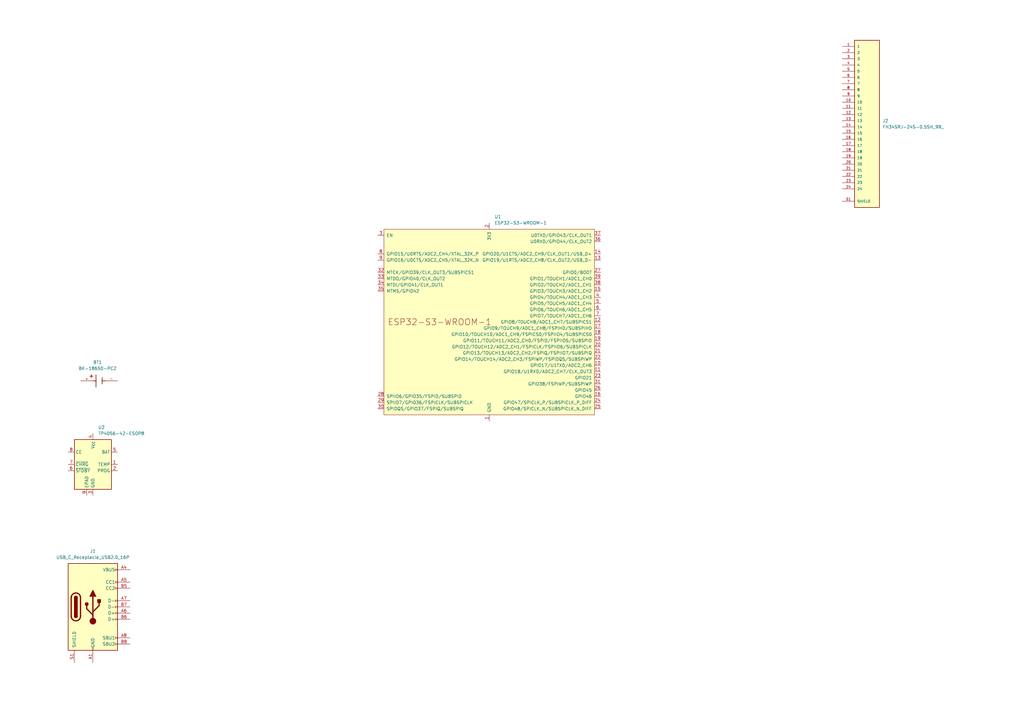
<source format=kicad_sch>
(kicad_sch (version 20250114) (generator "eeschema") (generator_version "9.0")
  (paper "A3")
  (lib_symbols
    (symbol "BK-18650-PC2:BK-18650-PC2" (pin_names (offset 1.016))
      (property "Reference" "BT" (at -3.81 3.81 0))
      (property "Value" "BK-18650-PC2" (at -3.81 -5.08 0))
      (symbol "BK-18650-PC2_0_0"
        (polyline (pts (xy -3.81 1.905) (xy -2.54 1.905)) (stroke (width 0.254)))
        (polyline (pts (xy -3.175 2.54) (xy -3.175 1.27)) (stroke (width 0.254)))
        (polyline (pts (xy -1.27 2.54) (xy -1.27 0)) (stroke (width 0.254)))
        (polyline (pts (xy -1.27 0) (xy -2.54 0)) (stroke (width 0.254)))
        (polyline (pts (xy -1.27 0) (xy -1.27 -2.54)) (stroke (width 0.254)))
        (polyline (pts (xy 1.27 1.27) (xy 1.27 0)) (stroke (width 0.254)))
        (polyline (pts (xy 1.27 0) (xy 1.27 -1.27)) (stroke (width 0.254)))
        (polyline (pts (xy 1.27 0) (xy 2.54 0)) (stroke (width 0.254)))
        (pin passive line (at -7.62 0 0) (length 5.08) (name "~") (number "+"))
        (pin passive line (at 7.62 0 180) (length 5.08) (name "~") (number "-"))
      )
    )
    (symbol "Battery_Management:TP4056-42-ESOP8"
      (property "Reference" "U" (at -6.604 11.684 0))
      (property "Value" "TP4056-42-ESOP8" (at 10.16 11.684 0))
      (symbol "TP4056-42-ESOP8_1_0"
        (pin input line (at -10.16 5.08 0) (length 2.54) (name "CE") (number "8"))
        (pin open_collector line (at -10.16 0 0) (length 2.54) (name "~{CHRG}") (number "7"))
        (pin open_collector line (at -10.16 -2.54 0) (length 2.54) (name "~{STDBY}") (number "6"))
        (pin passive line (at -2.54 -12.7 90) (length 2.54) (name "EPAD") (number "9"))
        (pin power_in line (at 0 12.7 270) (length 2.54) (name "V_{CC}") (number "4"))
        (pin power_in line (at 0 -12.7 90) (length 2.54) (name "GND") (number "3"))
        (pin power_out line (at 10.16 5.08 180) (length 2.54) (name "BAT") (number "5"))
        (pin input line (at 10.16 0 180) (length 2.54) (name "TEMP") (number "1"))
        (pin passive line (at 10.16 -2.54 180) (length 2.54) (name "PROG") (number "2"))
      )
      (symbol "TP4056-42-ESOP8_1_1"
        (rectangle (start -7.62 10.16) (end 7.62 -10.16) (stroke (width 0.254)) (fill (type background)))
      )
    )
    (symbol "Connector:USB_C_Receptacle_USB2.0_16P" (pin_names (offset 1.016))
      (property "Reference" "J" (at 0 22.225 0))
      (property "Value" "USB_C_Receptacle_USB2.0_16P" (at 0 19.685 0))
      (symbol "USB_C_Receptacle_USB2.0_16P_0_0"
        (rectangle (start -0.254 -17.78) (end 0.254 -16.764))
        (rectangle (start 10.16 15.494) (end 9.144 14.986))
        (rectangle (start 10.16 10.414) (end 9.144 9.906))
        (rectangle (start 10.16 7.874) (end 9.144 7.366))
        (rectangle (start 10.16 2.794) (end 9.144 2.286))
        (rectangle (start 10.16 0.254) (end 9.144 -0.254))
        (rectangle (start 10.16 -2.286) (end 9.144 -2.794))
        (rectangle (start 10.16 -4.826) (end 9.144 -5.334))
        (rectangle (start 10.16 -12.446) (end 9.144 -12.954))
        (rectangle (start 10.16 -14.986) (end 9.144 -15.494))
      )
      (symbol "USB_C_Receptacle_USB2.0_16P_0_1"
        (rectangle (start -10.16 17.78) (end 10.16 -17.78) (stroke (width 0.254)) (fill (type background)))
        (polyline (pts (xy -8.89 -3.81) (xy -8.89 3.81)) (stroke (width 0.508)))
        (rectangle (start -7.62 -3.81) (end -6.35 3.81) (stroke (width 0.254)) (fill (type outline)))
        (arc (start -7.62 3.81) (mid -6.985 4.4423) (end -6.35 3.81) (stroke (width 0.254)))
        (arc (start -7.62 3.81) (mid -6.985 4.4423) (end -6.35 3.81) (stroke (width 0.254)) (fill (type outline)))
        (arc (start -8.89 3.81) (mid -6.985 5.7067) (end -5.08 3.81) (stroke (width 0.508)))
        (arc (start -5.08 -3.81) (mid -6.985 -5.7067) (end -8.89 -3.81) (stroke (width 0.508)))
        (arc (start -6.35 -3.81) (mid -6.985 -4.4423) (end -7.62 -3.81) (stroke (width 0.254)))
        (arc (start -6.35 -3.81) (mid -6.985 -4.4423) (end -7.62 -3.81) (stroke (width 0.254)) (fill (type outline)))
        (polyline (pts (xy -5.08 3.81) (xy -5.08 -3.81)) (stroke (width 0.508)))
        (circle (center -2.54 1.143) (radius 0.635) (stroke (width 0.254)) (fill (type outline)))
        (polyline (pts (xy -1.27 4.318) (xy 0 6.858) (xy 1.27 4.318) (xy -1.27 4.318)) (stroke (width 0.254)) (fill (type outline)))
        (polyline (pts (xy 0 -2.032) (xy 2.54 0.508) (xy 2.54 1.778)) (stroke (width 0.508)))
        (polyline (pts (xy 0 -3.302) (xy -2.54 -0.762) (xy -2.54 0.508)) (stroke (width 0.508)))
        (polyline (pts (xy 0 -5.842) (xy 0 4.318)) (stroke (width 0.508)))
        (circle (center 0 -5.842) (radius 1.27) (fill (type outline)))
        (rectangle (start 1.905 1.778) (end 3.175 3.048) (stroke (width 0.254)) (fill (type outline)))
      )
      (symbol "USB_C_Receptacle_USB2.0_16P_1_1"
        (pin passive line (at -7.62 -22.86 90) (length 5.08) (name "SHIELD") (number "S1"))
        (pin passive line (at 0 -22.86 90) (length 5.08) (name "GND") (number "A1"))
        (pin passive line (at 0 -22.86 90) (length 5.08) (hide yes) (name "GND") (number "A12"))
        (pin passive line (at 0 -22.86 90) (length 5.08) (hide yes) (name "GND") (number "B1"))
        (pin passive line (at 0 -22.86 90) (length 5.08) (hide yes) (name "GND") (number "B12"))
        (pin passive line (at 15.24 15.24 180) (length 5.08) (name "VBUS") (number "A4"))
        (pin passive line (at 15.24 15.24 180) (length 5.08) (hide yes) (name "VBUS") (number "A9"))
        (pin passive line (at 15.24 15.24 180) (length 5.08) (hide yes) (name "VBUS") (number "B4"))
        (pin passive line (at 15.24 15.24 180) (length 5.08) (hide yes) (name "VBUS") (number "B9"))
        (pin bidirectional line (at 15.24 10.16 180) (length 5.08) (name "CC1") (number "A5"))
        (pin bidirectional line (at 15.24 7.62 180) (length 5.08) (name "CC2") (number "B5"))
        (pin bidirectional line (at 15.24 2.54 180) (length 5.08) (name "D-") (number "A7"))
        (pin bidirectional line (at 15.24 0 180) (length 5.08) (name "D-") (number "B7"))
        (pin bidirectional line (at 15.24 -2.54 180) (length 5.08) (name "D+") (number "A6"))
        (pin bidirectional line (at 15.24 -5.08 180) (length 5.08) (name "D+") (number "B6"))
        (pin bidirectional line (at 15.24 -12.7 180) (length 5.08) (name "SBU1") (number "A8"))
        (pin bidirectional line (at 15.24 -15.24 180) (length 5.08) (name "SBU2") (number "B8"))
      )
    )
    (symbol "Espressif:ESP32-S3-WROOM-1" (pin_names (offset 1.016))
      (property "Reference" "U" (at -43.18 43.18 0))
      (property "Value" "ESP32-S3-WROOM-1" (at -43.18 40.64 0))
      (symbol "ESP32-S3-WROOM-1_0_0"
        (text "ESP32-S3-WROOM-1" (at -20.32 0 0) (effects (font (size 2.54 2.54))))
        (pin input line (at -45.72 35.56 0) (length 2.54) (name "EN") (number "3"))
        (pin bidirectional line (at -45.72 27.94 0) (length 2.54) (name "GPIO15/U0RTS/ADC2_CH4/XTAL_32K_P") (number "8"))
        (pin bidirectional line (at -45.72 25.4 0) (length 2.54) (name "GPIO16/U0CTS/ADC2_CH5/XTAL_32K_N") (number "9"))
        (pin bidirectional line (at -45.72 20.32 0) (length 2.54) (name "MTCK/GPIO39/CLK_OUT3/SUBSPICS1") (number "32"))
        (pin bidirectional line (at -45.72 17.78 0) (length 2.54) (name "MTDO/GPIO40/CLK_OUT2") (number "33"))
        (pin bidirectional line (at -45.72 15.24 0) (length 2.54) (name "MTDI/GPIO41/CLK_OUT1") (number "34"))
        (pin bidirectional line (at -45.72 12.7 0) (length 2.54) (name "MTMS/GPIO42") (number "35"))
        (pin bidirectional line (at -45.72 -30.48 0) (length 2.54) (name "SPIIO6/GPIO35/FSPID/SUBSPID") (number "28"))
        (pin bidirectional line (at -45.72 -33.02 0) (length 2.54) (name "SPIIO7/GPIO36/FSPICLK/SUBSPICLK") (number "29"))
        (pin bidirectional line (at -45.72 -35.56 0) (length 2.54) (name "SPIDQS/GPIO37/FSPIQ/SUBSPIQ") (number "30"))
        (pin power_in line (at 0 40.64 270) (length 2.54) (name "3V3") (number "2"))
        (pin power_in line (at 0 -40.64 90) (length 2.54) (name "GND") (number "1"))
        (pin passive line (at 0 -40.64 90) (length 2.54) (hide yes) (name "GND") (number "40"))
        (pin passive line (at 0 -40.64 90) (length 2.54) (hide yes) (name "GND") (number "41"))
        (pin bidirectional line (at 45.72 35.56 180) (length 2.54) (name "U0TXD/GPIO43/CLK_OUT1") (number "37"))
        (pin bidirectional line (at 45.72 33.02 180) (length 2.54) (name "U0RXD/GPIO44/CLK_OUT2") (number "36"))
        (pin bidirectional line (at 45.72 27.94 180) (length 2.54) (name "GPIO20/U1CTS/ADC2_CH9/CLK_OUT1/USB_D+") (number "14"))
        (pin bidirectional line (at 45.72 25.4 180) (length 2.54) (name "GPIO19/U1RTS/ADC2_CH8/CLK_OUT2/USB_D-") (number "13"))
        (pin bidirectional line (at 45.72 20.32 180) (length 2.54) (name "GPIO0/BOOT") (number "27"))
        (pin bidirectional line (at 45.72 17.78 180) (length 2.54) (name "GPIO1/TOUCH1/ADC1_CH0") (number "39"))
        (pin bidirectional line (at 45.72 15.24 180) (length 2.54) (name "GPIO2/TOUCH2/ADC1_CH1") (number "38"))
        (pin bidirectional line (at 45.72 12.7 180) (length 2.54) (name "GPIO3/TOUCH3/ADC1_CH2") (number "15"))
        (pin bidirectional line (at 45.72 10.16 180) (length 2.54) (name "GPIO4/TOUCH4/ADC1_CH3") (number "4"))
        (pin bidirectional line (at 45.72 7.62 180) (length 2.54) (name "GPIO5/TOUCH5/ADC1_CH4") (number "5"))
        (pin bidirectional line (at 45.72 5.08 180) (length 2.54) (name "GPIO6/TOUCH6/ADC1_CH5") (number "6"))
        (pin bidirectional line (at 45.72 2.54 180) (length 2.54) (name "GPIO7/TOUCH7/ADC1_CH6") (number "7"))
        (pin bidirectional line (at 45.72 0 180) (length 2.54) (name "GPIO8/TOUCH8/ADC1_CH7/SUBSPICS1") (number "12"))
        (pin bidirectional line (at 45.72 -2.54 180) (length 2.54) (name "GPIO9/TOUCH9/ADC1_CH8/FSPIHD/SUBSPIHD") (number "17"))
        (pin bidirectional line (at 45.72 -5.08 180) (length 2.54) (name "GPIO10/TOUCH10/ADC1_CH9/FSPICS0/FSPIIO4/SUBSPICS0") (number "18"))
        (pin bidirectional line (at 45.72 -7.62 180) (length 2.54) (name "GPIO11/TOUCH11/ADC2_CH0/FSPID/FSPIIO5/SUBSPID") (number "19"))
        (pin bidirectional line (at 45.72 -10.16 180) (length 2.54) (name "GPIO12/TOUCH12/ADC2_CH1/FSPICLK/FSPIIO6/SUBSPICLK") (number "20"))
        (pin bidirectional line (at 45.72 -12.7 180) (length 2.54) (name "GPIO13/TOUCH13/ADC2_CH2/FSPIQ/FSPIIO7/SUBSPIQ") (number "21"))
        (pin bidirectional line (at 45.72 -15.24 180) (length 2.54) (name "GPIO14/TOUCH14/ADC2_CH3/FSPIWP/FSPIDQS/SUBSPIWP") (number "22"))
        (pin bidirectional line (at 45.72 -17.78 180) (length 2.54) (name "GPIO17/U1TXD/ADC2_CH6") (number "10"))
        (pin bidirectional line (at 45.72 -20.32 180) (length 2.54) (name "GPIO18/U1RXD/ADC2_CH7/CLK_OUT3") (number "11"))
        (pin bidirectional line (at 45.72 -22.86 180) (length 2.54) (name "GPIO21") (number "23"))
        (pin bidirectional line (at 45.72 -25.4 180) (length 2.54) (name "GPIO38/FSPIWP/SUBSPIWP") (number "31"))
        (pin bidirectional line (at 45.72 -27.94 180) (length 2.54) (name "GPIO45") (number "26"))
        (pin bidirectional line (at 45.72 -30.48 180) (length 2.54) (name "GPIO46") (number "16"))
        (pin bidirectional line (at 45.72 -33.02 180) (length 2.54) (name "GPIO47/SPICLK_P/SUBSPICLK_P_DIFF") (number "24"))
        (pin bidirectional line (at 45.72 -35.56 180) (length 2.54) (name "GPIO48/SPICLK_N/SUBSPICLK_N_DIFF") (number "25"))
      )
      (symbol "ESP32-S3-WROOM-1_0_1"
        (rectangle (start -43.18 38.1) (end 43.18 -38.1) (fill (type background)))
      )
    )
    (symbol "FH34SRJ-24S-0.5SH_99_:FH34SRJ-24S-0.5SH_99_" (pin_names (offset 1.016))
      (property "Reference" "J" (at -5.08 33.528 0))
      (property "Value" "FH34SRJ-24S-0.5SH_99_" (at -5.08 -38.1 0))
      (symbol "FH34SRJ-24S-0.5SH_99__0_0"
        (rectangle (start -5.08 -35.56) (end 5.08 33.02) (stroke (width 0.254)) (fill (type background)))
        (pin passive line (at -10.16 30.48 0) (length 5.08) (name "1") (number "1"))
        (pin passive line (at -10.16 27.94 0) (length 5.08) (name "2") (number "2"))
        (pin passive line (at -10.16 25.4 0) (length 5.08) (name "3") (number "3"))
        (pin passive line (at -10.16 22.86 0) (length 5.08) (name "4") (number "4"))
        (pin passive line (at -10.16 20.32 0) (length 5.08) (name "5") (number "5"))
        (pin passive line (at -10.16 17.78 0) (length 5.08) (name "6") (number "6"))
        (pin passive line (at -10.16 15.24 0) (length 5.08) (name "7") (number "7"))
        (pin passive line (at -10.16 12.7 0) (length 5.08) (name "8") (number "8"))
        (pin passive line (at -10.16 10.16 0) (length 5.08) (name "9") (number "9"))
        (pin passive line (at -10.16 7.62 0) (length 5.08) (name "10") (number "10"))
        (pin passive line (at -10.16 5.08 0) (length 5.08) (name "11") (number "11"))
        (pin passive line (at -10.16 2.54 0) (length 5.08) (name "12") (number "12"))
        (pin passive line (at -10.16 0 0) (length 5.08) (name "13") (number "13"))
        (pin passive line (at -10.16 -2.54 0) (length 5.08) (name "14") (number "14"))
        (pin passive line (at -10.16 -5.08 0) (length 5.08) (name "15") (number "15"))
        (pin passive line (at -10.16 -7.62 0) (length 5.08) (name "16") (number "16"))
        (pin passive line (at -10.16 -10.16 0) (length 5.08) (name "17") (number "17"))
        (pin passive line (at -10.16 -12.7 0) (length 5.08) (name "18") (number "18"))
        (pin passive line (at -10.16 -15.24 0) (length 5.08) (name "19") (number "19"))
        (pin passive line (at -10.16 -17.78 0) (length 5.08) (name "20") (number "20"))
        (pin passive line (at -10.16 -20.32 0) (length 5.08) (name "21") (number "21"))
        (pin passive line (at -10.16 -22.86 0) (length 5.08) (name "22") (number "22"))
        (pin passive line (at -10.16 -25.4 0) (length 5.08) (name "23") (number "23"))
        (pin passive line (at -10.16 -27.94 0) (length 5.08) (name "24") (number "24"))
        (pin passive line (at -10.16 -33.02 0) (length 5.08) (name "SHIELD") (number "S1"))
        (pin passive line (at -10.16 -33.02 0) (length 5.08) (hide yes) (name "SHIELD") (number "S2"))
      )
    )
  )
  (symbol (lib_id "Connector:USB_C_Receptacle_USB2.0_16P") (at 38.1 248.92 0) (unit 1)
    (property "Reference" "J1" (at 38.1 226.06 0))
    (property "Value" "USB_C_Receptacle_USB2.0_16P" (at 38.1 228.6 0))
    (property "Datasheet" "https://www.usb.org/sites/default/files/documents/usb_type-c.zip" (effects (hide yes)))
    (property "Description" "USB 2.0-only 16P Type-C Receptacle connector" (effects (hide yes)))
  )
  (symbol (lib_id "Battery_Management:TP4056-42-ESOP8") (at 38.1 190.5 0) (unit 1)
    (property "Reference" "U2" (at 40.2433 175.26 0) (effects (justify left)))
    (property "Value" "TP4056-42-ESOP8" (at 40.2433 177.8 0) (effects (justify left)))
    (property "Footprint" "Package_SO:SOIC-8-1EP_3.9x4.9mm_P1.27mm_EP2.41x3.3mm_ThermalVias" (effects (hide yes)))
    (property "Datasheet" "https://www.lcsc.com/datasheet/lcsc_datasheet_2410121619_TOPPOWER-Nanjing-Extension-Microelectronics-TP4056-42-ESOP8_C16581.pdf" (effects (hide yes)))
    (property "Description" "1A Standalone Linear Li-ion/LiPo single-cell battery charger, 4.2V ±1% charge voltage, VCC = 4.0..8.0V, SOIC-8 (SOP-8)" (effects (hide yes)))
  )
  (symbol (lib_id "FH34SRJ-24S-0.5SH_99_:FH34SRJ-24S-0.5SH_99_") (at 355.6 49.53 0) (unit 1)
    (property "Reference" "J2" (at 361.95 49.5299 0) (effects (justify left)))
    (property "Value" "FH34SRJ-24S-0.5SH_99_" (at 361.95 52.0699 0) (effects (justify left)))
    (property "Footprint" "Connector_FFC-FPC:Amphenol_F32Q-1A7x1-11024_1x24-1MP_P0.5mm_Horizontal" (effects (hide yes)))
    (property "MF" "Hirose Connector" (effects (hide yes)))
    (property "MAXIMUM_PACKAGE_HEIGHT" "1.75mm" (effects (hide yes)))
    (property "Package" "None" (effects (hide yes)))
    (property "Price" "None" (effects (hide yes)))
    (property "Check_prices" "https://www.snapeda.com/parts/FH34SRJ-24S-0.5SH(99)/Hirose/view-part/?ref=eda" (effects (hide yes)))
    (property "STANDARD" "Manufacturer Recommendations" (effects (hide yes)))
    (property "PARTREV" "NA" (effects (hide yes)))
    (property "SnapEDA_Link" "https://www.snapeda.com/parts/FH34SRJ-24S-0.5SH(99)/Hirose/view-part/?ref=snap" (effects (hide yes)))
    (property "MP" "FH34SRJ-24S-0.5SH(99)" (effects (hide yes)))
    (property "Description_1" "24 Position FFC, FPC Connector Contacts, Top and Bottom 0.020 (0.50mm) Surface Mount, Right Angle" (effects (hide yes)))
    (property "Availability" "In Stock" (effects (hide yes)))
    (property "MANUFACTURER" "HIROSE ELECTRIC" (effects (hide yes)))
  )
  (symbol (lib_id "Espressif:ESP32-S3-WROOM-1") (at 200.66 132.08 0) (unit 1)
    (property "Reference" "U1" (at 202.8033 88.9 0) (effects (justify left)))
    (property "Value" "ESP32-S3-WROOM-1" (at 202.8033 91.44 0) (effects (justify left)))
    (property "Footprint" "PCM_Espressif:ESP32-S3-WROOM-1" (effects (hide yes)))
    (property "Datasheet" "https://www.espressif.com/sites/default/files/documentation/esp32-s3-wroom-1_wroom-1u_datasheet_en.pdf" (effects (hide yes)))
    (property "Description" "2.4 GHz WiFi (802.11 b/g/n) and Bluetooth ® 5 (LE) module Built around ESP32S3 series of SoCs, Xtensa ® dualcore 32bit LX7 microprocessor Flash up to 16 MB, PSRAM up to 8 MB 36 GPIOs, rich set of peripherals Onboard PCB antenna" (effects (hide yes)))
  )
  (symbol (lib_id "BK-18650-PC2:BK-18650-PC2") (at 40.64 156.21 0) (unit 1)
    (property "Reference" "BT1" (at 40.005 148.59 0))
    (property "Value" "BK-18650-PC2" (at 40.005 151.13 0))
    (property "Footprint" "BK-18650-PC2:BAT_BK-18650-PC2" (effects (hide yes)))
    (property "MF" "MPD (Memory" (effects (hide yes)))
    (property "MAXIMUM_PACKAGE_HEIGHT" "21.41 mm" (effects (hide yes)))
    (property "Package" "DFN-14 MPD (Memory Protection Devices)" (effects (hide yes)))
    (property "Price" "None" (effects (hide yes)))
    (property "Check_prices" "https://www.snapeda.com/parts/BK-18650-PC2/MPD/view-part/?ref=eda" (effects (hide yes)))
    (property "STANDARD" "Manufacturer Recommendations" (effects (hide yes)))
    (property "PARTREV" "F" (effects (hide yes)))
    (property "SnapEDA_Link" "https://www.snapeda.com/parts/BK-18650-PC2/MPD/view-part/?ref=snap" (effects (hide yes)))
    (property "MP" "BK-18650-PC2" (effects (hide yes)))
    (property "Description_1" "Battery Holder (Open) 18650 1 Cell PC Pin" (effects (hide yes)))
    (property "Availability" "In Stock" (effects (hide yes)))
    (property "MANUFACTURER" "MPD" (effects (hide yes)))
  )
)
</source>
